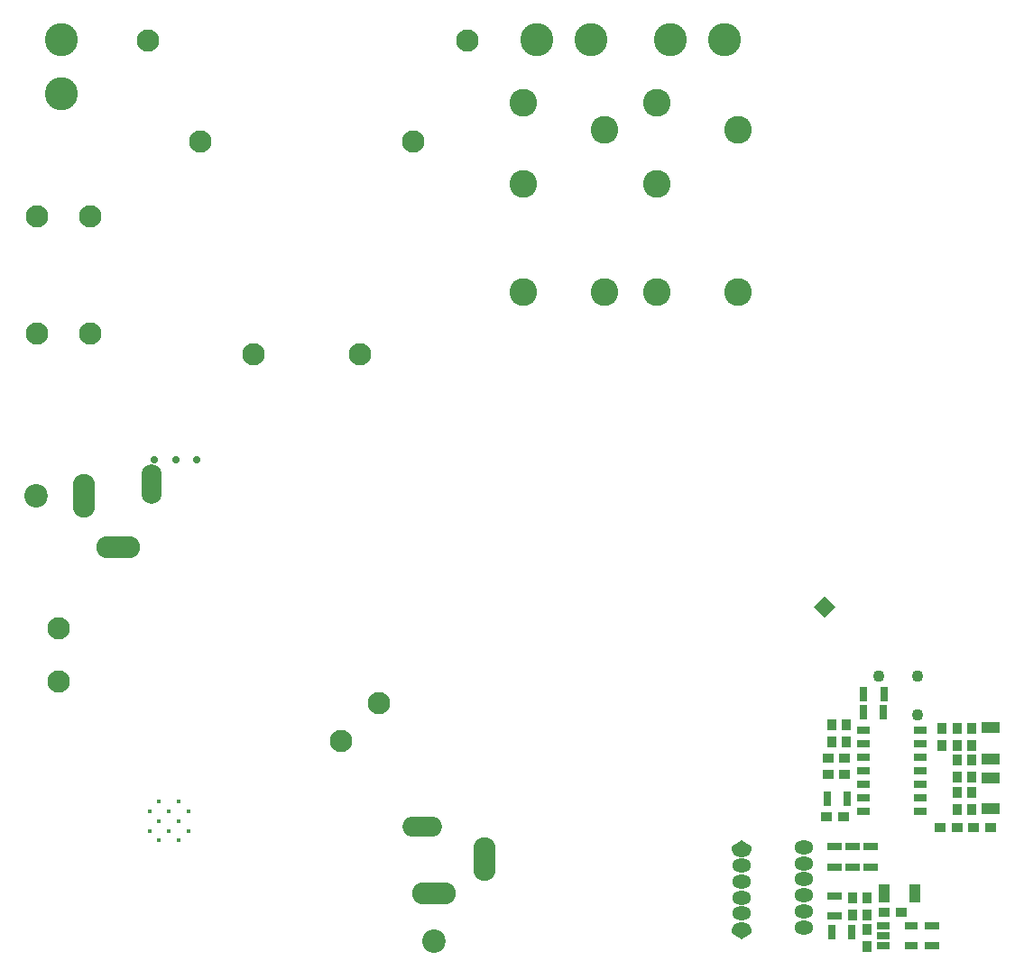
<source format=gbs>
G04*
G04 #@! TF.GenerationSoftware,Altium Limited,Altium Designer,23.4.1 (23)*
G04*
G04 Layer_Color=16711935*
%FSLAX25Y25*%
%MOIN*%
G70*
G04*
G04 #@! TF.SameCoordinates,687DAE7F-2A6D-4925-9110-F28A9C07312E*
G04*
G04*
G04 #@! TF.FilePolarity,Negative*
G04*
G01*
G75*
%ADD21R,0.03150X0.05512*%
%ADD22R,0.04194X0.03494*%
%ADD23R,0.05512X0.03150*%
%ADD27R,0.03494X0.04194*%
%ADD56O,0.07087X0.05118*%
%ADD57C,0.10236*%
%ADD58C,0.08661*%
%ADD59O,0.08268X0.16142*%
%ADD60O,0.16142X0.08268*%
%ADD61O,0.07480X0.14567*%
%ADD62C,0.01575*%
%ADD63C,0.08268*%
%ADD64C,0.04331*%
%ADD65C,0.00394*%
%ADD66O,0.14567X0.07480*%
%ADD67C,0.12205*%
%ADD68C,0.02756*%
%ADD174R,0.06693X0.03937*%
%ADD175R,0.05039X0.02677*%
%ADD176R,0.04724X0.02756*%
%ADD177R,0.03937X0.06693*%
G36*
X271260Y18110D02*
Y16535D01*
X274803Y14173D01*
X278346Y16535D01*
Y18110D01*
X271260D01*
D02*
G37*
G36*
X278346Y46850D02*
Y48425D01*
X274803Y50787D01*
X271260Y48425D01*
Y46850D01*
X278346D01*
D02*
G37*
G36*
X305512Y140945D02*
X301575Y137008D01*
X305512Y133071D01*
X309449Y137008D01*
X305512Y140945D01*
D02*
G37*
D21*
X306496Y66142D02*
D03*
X313976D02*
D03*
X308071Y16929D02*
D03*
X315551D02*
D03*
X327165Y98032D02*
D03*
X319685D02*
D03*
X327362Y104724D02*
D03*
X319882D02*
D03*
D22*
X312993Y75197D02*
D03*
X306693D02*
D03*
X312993Y81102D02*
D03*
X306693D02*
D03*
X312599Y59449D02*
D03*
X306299D02*
D03*
X348031Y55512D02*
D03*
X354331D02*
D03*
X360630D02*
D03*
X366930D02*
D03*
X327559Y24016D02*
D03*
X333859D02*
D03*
D23*
X309055Y40945D02*
D03*
Y48425D02*
D03*
X315748Y40945D02*
D03*
Y48425D02*
D03*
X322441Y40945D02*
D03*
Y48425D02*
D03*
X309055Y22638D02*
D03*
Y30118D02*
D03*
X345276Y19094D02*
D03*
Y11614D02*
D03*
D27*
X308268Y87007D02*
D03*
Y93307D02*
D03*
X313386Y93307D02*
D03*
Y87007D02*
D03*
X348819Y92126D02*
D03*
Y85826D02*
D03*
X354331Y85826D02*
D03*
Y92126D02*
D03*
X359842Y85826D02*
D03*
Y92126D02*
D03*
X354331Y80315D02*
D03*
Y74015D02*
D03*
X359842Y74015D02*
D03*
Y80315D02*
D03*
X354331Y68504D02*
D03*
Y62204D02*
D03*
X359842Y68504D02*
D03*
Y62204D02*
D03*
X315748Y29528D02*
D03*
Y23227D02*
D03*
X321260Y29528D02*
D03*
Y23227D02*
D03*
Y17717D02*
D03*
Y11417D02*
D03*
D56*
X297702Y18576D02*
D03*
Y24481D02*
D03*
Y30387D02*
D03*
Y36292D02*
D03*
Y42198D02*
D03*
Y48103D02*
D03*
X274803Y17717D02*
D03*
Y23622D02*
D03*
Y29528D02*
D03*
Y35433D02*
D03*
Y41339D02*
D03*
Y47244D02*
D03*
D57*
X194055Y323583D02*
D03*
Y293583D02*
D03*
X224055Y313583D02*
D03*
X194055Y253583D02*
D03*
X224055D02*
D03*
X243661Y323583D02*
D03*
Y293583D02*
D03*
X273661Y313583D02*
D03*
X243661Y253583D02*
D03*
X273661D02*
D03*
D58*
X14173Y177953D02*
D03*
X161024Y13386D02*
D03*
D59*
X31890Y177953D02*
D03*
X179921Y43701D02*
D03*
D60*
X44488Y159055D02*
D03*
X161024Y31102D02*
D03*
D61*
X56693Y182283D02*
D03*
D62*
X56004Y54262D02*
D03*
Y61486D02*
D03*
X59616Y50650D02*
D03*
Y57874D02*
D03*
Y65098D02*
D03*
X63228Y54262D02*
D03*
Y61486D02*
D03*
X66840Y50650D02*
D03*
Y57874D02*
D03*
Y65098D02*
D03*
X70453Y54262D02*
D03*
Y61486D02*
D03*
D63*
X22441Y129134D02*
D03*
Y109449D02*
D03*
X140818Y101448D02*
D03*
X126899Y87529D02*
D03*
X55512Y346457D02*
D03*
X173622D02*
D03*
X34252Y238189D02*
D03*
X14567D02*
D03*
Y281496D02*
D03*
X34252D02*
D03*
X153543Y309055D02*
D03*
X74803D02*
D03*
X133858Y230315D02*
D03*
X94488D02*
D03*
D64*
X339706Y111430D02*
D03*
X325591Y111417D02*
D03*
X339764Y97244D02*
D03*
D65*
X104331Y8268D02*
D03*
X92520D02*
D03*
D66*
X156693Y55905D02*
D03*
D67*
X248661Y346850D02*
D03*
X268661D02*
D03*
X199055D02*
D03*
X219055D02*
D03*
X23622Y346614D02*
D03*
Y326614D02*
D03*
D68*
X57874Y191339D02*
D03*
X65748D02*
D03*
X73622D02*
D03*
D174*
X366929Y92323D02*
D03*
Y80905D02*
D03*
Y62402D02*
D03*
Y73819D02*
D03*
D175*
X319843Y61378D02*
D03*
Y66378D02*
D03*
Y71378D02*
D03*
Y76378D02*
D03*
Y81378D02*
D03*
Y86378D02*
D03*
Y91378D02*
D03*
X340787Y61378D02*
D03*
Y66378D02*
D03*
Y71378D02*
D03*
Y76378D02*
D03*
Y81378D02*
D03*
Y86378D02*
D03*
Y91378D02*
D03*
D176*
X327165Y11614D02*
D03*
Y15354D02*
D03*
Y19094D02*
D03*
X337402D02*
D03*
Y11614D02*
D03*
D177*
X338779Y31102D02*
D03*
X327362D02*
D03*
M02*

</source>
